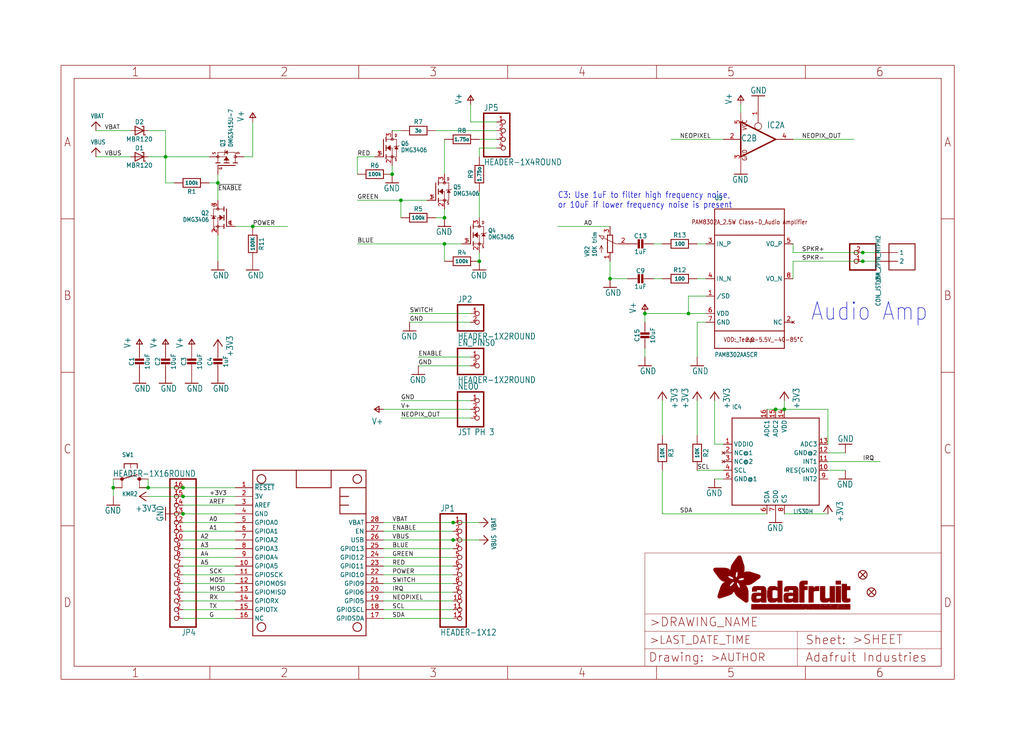
<source format=kicad_sch>
(kicad_sch (version 20211123) (generator eeschema)
  (paper "User" 298.45 217.881)
  (lib_symbols
    (symbol "schematicEagle-eagle-import:+3V3" (power)
      (property "Value" "+3V3" (at -2.54 -5.08 90))
      (symbol "+3V3_1_0"
        (pin power_in line (at 0 -2.54 90) (length 2.54) (name "+3V3") (number "1"))
      )
    )
    (symbol "schematicEagle-eagle-import:741G125DBV"
      (property "Reference" "IC" (at -0.635 -0.635 0))
      (symbol "741G125DBV_1_0"
        (pin input line (at 0 10.16 270) (length 5.08) (name "OE") (number "1"))
        (pin input line (at -10.16 0 0) (length 5.08) (name "I") (number "2"))
        (pin tri_state line (at 10.16 0 180) (length 5.08) (name "O") (number "4"))
      )
      (symbol "741G125DBV_2_0"
        (text "GND" (at 1.905 -6.35 900) (effects (font (size 1.27 1.0795)) (justify left bottom)))
        (text "VCC" (at 1.905 2.54 900) (effects (font (size 1.27 1.0795)) (justify left bottom)))
        (pin power_in line (at 0 -7.62 90) (length 5.08) (name "GND") (number "3"))
        (pin power_in line (at 0 7.62 270) (length 5.08) (name "VCC") (number "5"))
      )
    )
    (symbol "schematicEagle-eagle-import:ACCEL_LIS3DHTR"
      (property "Reference" "U" (at -12.7 15.24 0))
      (property "Value" "ACCEL_LIS3DHTR" (at 5.08 -15.24 0))
      (symbol "ACCEL_LIS3DHTR_1_0"
        (pin power_in line (at -15.24 5.08 0) (length 2.54) (name "VDDIO") (number "1"))
        (pin bidirectional line (at 15.24 -2.54 180) (length 2.54) (name "RES(GND)") (number "10"))
        (pin output line (at 15.24 0 180) (length 2.54) (name "INT1") (number "11"))
        (pin power_in line (at 15.24 2.54 180) (length 2.54) (name "GND@2") (number "12"))
        (pin input line (at 15.24 5.08 180) (length 2.54) (name "ADC3") (number "13"))
        (pin power_in line (at 2.54 15.24 270) (length 2.54) (name "VDD") (number "14"))
        (pin input line (at 0 15.24 270) (length 2.54) (name "ADC2") (number "15"))
        (pin input line (at -2.54 15.24 270) (length 2.54) (name "ADC1") (number "16"))
        (pin no_connect line (at -15.24 2.54 0) (length 2.54) (name "NC@1") (number "2"))
        (pin no_connect line (at -15.24 0 0) (length 2.54) (name "NC@2") (number "3"))
        (pin bidirectional line (at -15.24 -2.54 0) (length 2.54) (name "SCL") (number "4"))
        (pin power_in line (at -15.24 -5.08 0) (length 2.54) (name "GND@1") (number "5"))
        (pin bidirectional line (at -2.54 -15.24 90) (length 2.54) (name "SDA") (number "6"))
        (pin bidirectional line (at 0 -15.24 90) (length 2.54) (name "SDO") (number "7"))
        (pin input line (at 2.54 -15.24 90) (length 2.54) (name "CS") (number "8"))
        (pin output line (at 15.24 -5.08 180) (length 2.54) (name "INT2") (number "9"))
      )
    )
    (symbol "schematicEagle-eagle-import:AUDIOAMP_PAM8302A"
      (property "Reference" "U" (at -10.16 22.86 0))
      (property "Value" "AUDIOAMP_PAM8302A" (at -10.16 -22.86 0))
      (symbol "AUDIOAMP_PAM8302A_1_0"
        (text "2.0-5.5V_-40-85°C" (at -1.27 -17.78 0) (effects (font (size 1.27 1.0795)) (justify left)))
        (text "PAM8302A_2.5W Class-D_Audio Amplifier" (at 0 16.51 0) (effects (font (size 1.27 1.0795))))
        (text "VDD:_Temp:" (at -7.62 -17.78 0) (effects (font (size 1.27 1.0795)) (justify left)))
        (pin input line (at -12.7 -5.08 0) (length 2.54) (name "/SD") (number "1"))
        (pin no_connect line (at 12.7 -12.7 180) (length 2.54) (name "NC") (number "2"))
        (pin input line (at -12.7 10.16 0) (length 2.54) (name "IN_P") (number "3"))
        (pin input line (at -12.7 0 0) (length 2.54) (name "IN_N") (number "4"))
        (pin output line (at 12.7 10.16 180) (length 2.54) (name "VO_P") (number "5"))
        (pin power_in line (at -12.7 -10.16 0) (length 2.54) (name "VDD") (number "6"))
        (pin power_in line (at -12.7 -12.7 0) (length 2.54) (name "GND") (number "7"))
        (pin output line (at 12.7 0 180) (length 2.54) (name "VO_N") (number "8"))
      )
    )
    (symbol "schematicEagle-eagle-import:CAP_CERAMIC0603_NO"
      (property "Reference" "C" (at -2.29 1.25 90))
      (property "Value" "CAP_CERAMIC0603_NO" (at 2.3 1.25 90))
      (symbol "CAP_CERAMIC0603_NO_1_0"
        (pin passive line (at 0 5.08 270) (length 2.54) (name "1") (number "1"))
        (pin passive line (at 0 -2.54 90) (length 2.54) (name "2") (number "2"))
      )
    )
    (symbol "schematicEagle-eagle-import:CAP_CERAMIC0805-NOOUTLINE"
      (property "Reference" "C" (at -2.29 1.25 90))
      (property "Value" "CAP_CERAMIC0805-NOOUTLINE" (at 2.3 1.25 90))
      (symbol "CAP_CERAMIC0805-NOOUTLINE_1_0"
        (pin passive line (at 0 5.08 270) (length 2.54) (name "1") (number "1"))
        (pin passive line (at 0 -2.54 90) (length 2.54) (name "2") (number "2"))
      )
    )
    (symbol "schematicEagle-eagle-import:CON_JST_PH_2PIN_MTPH2"
      (property "Reference" "X" (at 0 5.588 90))
      (property "Value" "CON_JST_PH_2PIN_MTPH2" (at 1.651 5.588 90))
      (symbol "CON_JST_PH_2PIN_MTPH2_1_0"
        (pin passive inverted (at -2.54 2.54 0) (length 2.54) (name "1") (number "1"))
        (pin passive inverted (at -2.54 0 0) (length 2.54) (name "2") (number "2"))
      )
      (symbol "CON_JST_PH_2PIN_MTPH2_2_0"
        (pin bidirectional line (at 0 0 90) (length 2.54) (name "P$1") (number "NC2"))
      )
      (symbol "CON_JST_PH_2PIN_MTPH2_3_0"
        (pin bidirectional line (at 0 0 90) (length 2.54) (name "P$1") (number "NC1"))
      )
    )
    (symbol "schematicEagle-eagle-import:CON_JST_PH_3PIN"
      (property "Reference" "X" (at -6.35 5.715 0))
      (property "Value" "CON_JST_PH_3PIN" (at -6.35 -7.62 0))
      (symbol "CON_JST_PH_3PIN_1_0"
        (pin passive inverted (at -2.54 2.54 0) (length 2.54) (name "1") (number "1"))
        (pin passive inverted (at -2.54 0 0) (length 2.54) (name "2") (number "2"))
        (pin passive inverted (at -2.54 -2.54 0) (length 2.54) (name "3") (number "3"))
      )
    )
    (symbol "schematicEagle-eagle-import:CON_MOLEX_2P"
      (symbol "CON_MOLEX_2P_1_0"
        (pin passive line (at -5.08 2.54 0) (length 5.08) (name "1") (number "1"))
        (pin passive line (at -5.08 0 0) (length 5.08) (name "2") (number "2"))
      )
      (symbol "CON_MOLEX_2P_2_0"
        (pin bidirectional line (at 0 0 0) (length 5.08) (name "MT") (number "M1"))
      )
      (symbol "CON_MOLEX_2P_3_0"
        (pin bidirectional line (at 0 0 0) (length 5.08) (name "MT") (number "M2"))
      )
    )
    (symbol "schematicEagle-eagle-import:DIODE-SCHOTTKYSOD-123"
      (property "Reference" "D" (at 0 2.54 0))
      (property "Value" "DIODE-SCHOTTKYSOD-123" (at 0 -2.5 0))
      (symbol "DIODE-SCHOTTKYSOD-123_1_0"
        (pin passive line (at -2.54 0 0) (length 2.54) (name "A") (number "A"))
        (pin passive line (at 2.54 0 180) (length 2.54) (name "C") (number "C"))
      )
    )
    (symbol "schematicEagle-eagle-import:FEATHERWING"
      (symbol "FEATHERWING_1_0"
        (pin input line (at 5.08 -5.08 90) (length 5.08) (name "~{RESET}") (number "1"))
        (pin bidirectional line (at 27.94 -5.08 90) (length 5.08) (name "GPIOA5") (number "10"))
        (pin bidirectional line (at 30.48 -5.08 90) (length 5.08) (name "GPIOSCK") (number "11"))
        (pin bidirectional line (at 33.02 -5.08 90) (length 5.08) (name "GPIOMOSI") (number "12"))
        (pin bidirectional line (at 35.56 -5.08 90) (length 5.08) (name "GPIOMISO") (number "13"))
        (pin bidirectional line (at 38.1 -5.08 90) (length 5.08) (name "GPIORX") (number "14"))
        (pin bidirectional line (at 40.64 -5.08 90) (length 5.08) (name "GPIOTX") (number "15"))
        (pin passive line (at 43.18 -5.08 90) (length 5.08) (name "NC") (number "16"))
        (pin bidirectional line (at 43.18 38.1 270) (length 5.08) (name "GPIOSDA") (number "17"))
        (pin bidirectional line (at 40.64 38.1 270) (length 5.08) (name "GPIOSCL") (number "18"))
        (pin bidirectional line (at 38.1 38.1 270) (length 5.08) (name "GPIO5") (number "19"))
        (pin power_in line (at 7.62 -5.08 90) (length 5.08) (name "3V") (number "2"))
        (pin bidirectional line (at 35.56 38.1 270) (length 5.08) (name "GPIO6") (number "20"))
        (pin bidirectional line (at 33.02 38.1 270) (length 5.08) (name "GPIO9") (number "21"))
        (pin bidirectional line (at 30.48 38.1 270) (length 5.08) (name "GPIO10") (number "22"))
        (pin bidirectional line (at 27.94 38.1 270) (length 5.08) (name "GPIO11") (number "23"))
        (pin bidirectional line (at 25.4 38.1 270) (length 5.08) (name "GPIO12") (number "24"))
        (pin bidirectional line (at 22.86 38.1 270) (length 5.08) (name "GPIO13") (number "25"))
        (pin power_in line (at 20.32 38.1 270) (length 5.08) (name "USB") (number "26"))
        (pin passive line (at 17.78 38.1 270) (length 5.08) (name "EN") (number "27"))
        (pin power_in line (at 15.24 38.1 270) (length 5.08) (name "VBAT") (number "28"))
        (pin passive line (at 10.16 -5.08 90) (length 5.08) (name "AREF") (number "3"))
        (pin power_in line (at 12.7 -5.08 90) (length 5.08) (name "GND") (number "4"))
        (pin bidirectional line (at 15.24 -5.08 90) (length 5.08) (name "GPIOA0") (number "5"))
        (pin bidirectional line (at 17.78 -5.08 90) (length 5.08) (name "GPIOA1") (number "6"))
        (pin bidirectional line (at 20.32 -5.08 90) (length 5.08) (name "GPIOA2") (number "7"))
        (pin bidirectional line (at 22.86 -5.08 90) (length 5.08) (name "GPIOA3") (number "8"))
        (pin bidirectional line (at 25.4 -5.08 90) (length 5.08) (name "GPIOA4") (number "9"))
      )
    )
    (symbol "schematicEagle-eagle-import:FIDUCIAL_1MM")
    (symbol "schematicEagle-eagle-import:FRAME_A4_ADAFRUIT"
      (symbol "FRAME_A4_ADAFRUIT_0_0"
        (text "1" (at 21.6958 1.905 0) (effects (font (size 2.54 2.286))))
        (text "1" (at 21.6958 177.165 0) (effects (font (size 2.54 2.286))))
        (text "2" (at 65.0875 1.905 0) (effects (font (size 2.54 2.286))))
        (text "2" (at 65.0875 177.165 0) (effects (font (size 2.54 2.286))))
        (text "3" (at 108.4792 1.905 0) (effects (font (size 2.54 2.286))))
        (text "3" (at 108.4792 177.165 0) (effects (font (size 2.54 2.286))))
        (text "4" (at 151.8708 1.905 0) (effects (font (size 2.54 2.286))))
        (text "4" (at 151.8708 177.165 0) (effects (font (size 2.54 2.286))))
        (text "5" (at 195.2625 1.905 0) (effects (font (size 2.54 2.286))))
        (text "5" (at 195.2625 177.165 0) (effects (font (size 2.54 2.286))))
        (text "6" (at 238.6542 1.905 0) (effects (font (size 2.54 2.286))))
        (text "6" (at 238.6542 177.165 0) (effects (font (size 2.54 2.286))))
        (text "A" (at 1.905 156.6863 0) (effects (font (size 2.54 2.286))))
        (text "A" (at 258.445 156.6863 0) (effects (font (size 2.54 2.286))))
        (text "B" (at 1.905 111.9188 0) (effects (font (size 2.54 2.286))))
        (text "B" (at 258.445 111.9188 0) (effects (font (size 2.54 2.286))))
        (text "C" (at 1.905 67.1513 0) (effects (font (size 2.54 2.286))))
        (text "C" (at 258.445 67.1513 0) (effects (font (size 2.54 2.286))))
        (text "D" (at 1.905 22.3838 0) (effects (font (size 2.54 2.286))))
        (text "D" (at 258.445 22.3838 0) (effects (font (size 2.54 2.286))))
      )
      (symbol "FRAME_A4_ADAFRUIT_1_0"
        (text ">AUTHOR" (at 189.23 5.08 0) (effects (font (size 2.286 2.286)) (justify left bottom)))
        (text ">DRAWING_NAME" (at 171.45 15.24 0) (effects (font (size 2.54 2.54)) (justify left bottom)))
        (text ">LAST_DATE_TIME" (at 171.45 10.16 0) (effects (font (size 2.286 2.286)) (justify left bottom)))
        (text ">SHEET" (at 230.505 10.16 0) (effects (font (size 2.54 2.54)) (justify left bottom)))
        (text "Adafruit Industries" (at 216.916 4.953 0) (effects (font (size 2.54 2.54)) (justify left bottom)))
        (text "Drawing:" (at 171.196 4.953 0) (effects (font (size 2.54 2.54)) (justify left bottom)))
        (text "Sheet:" (at 216.916 10.033 0) (effects (font (size 2.54 2.54)) (justify left bottom)))
      )
    )
    (symbol "schematicEagle-eagle-import:GND" (power)
      (property "Value" "GND" (at -2.54 -2.54 0))
      (symbol "GND_1_0"
        (pin power_in line (at 0 2.54 270) (length 2.54) (name "GND") (number "1"))
      )
    )
    (symbol "schematicEagle-eagle-import:HEADER-1X12"
      (property "Reference" "JP" (at -6.35 18.415 0))
      (property "Value" "HEADER-1X12" (at -6.35 -17.78 0))
      (symbol "HEADER-1X12_1_0"
        (pin passive inverted (at -2.54 15.24 0) (length 2.54) (name "1") (number "1"))
        (pin passive inverted (at -2.54 -7.62 0) (length 2.54) (name "10") (number "10"))
        (pin passive inverted (at -2.54 -10.16 0) (length 2.54) (name "11") (number "11"))
        (pin passive inverted (at -2.54 -12.7 0) (length 2.54) (name "12") (number "12"))
        (pin passive inverted (at -2.54 12.7 0) (length 2.54) (name "2") (number "2"))
        (pin passive inverted (at -2.54 10.16 0) (length 2.54) (name "3") (number "3"))
        (pin passive inverted (at -2.54 7.62 0) (length 2.54) (name "4") (number "4"))
        (pin passive inverted (at -2.54 5.08 0) (length 2.54) (name "5") (number "5"))
        (pin passive inverted (at -2.54 2.54 0) (length 2.54) (name "6") (number "6"))
        (pin passive inverted (at -2.54 0 0) (length 2.54) (name "7") (number "7"))
        (pin passive inverted (at -2.54 -2.54 0) (length 2.54) (name "8") (number "8"))
        (pin passive inverted (at -2.54 -5.08 0) (length 2.54) (name "9") (number "9"))
      )
    )
    (symbol "schematicEagle-eagle-import:HEADER-1X16ROUND"
      (property "Reference" "JP" (at -6.35 20.955 0))
      (property "Value" "HEADER-1X16ROUND" (at -6.35 -25.4 0))
      (symbol "HEADER-1X16ROUND_1_0"
        (pin passive inverted (at -2.54 17.78 0) (length 2.54) (name "1") (number "1"))
        (pin passive inverted (at -2.54 -5.08 0) (length 2.54) (name "10") (number "10"))
        (pin passive inverted (at -2.54 -7.62 0) (length 2.54) (name "11") (number "11"))
        (pin passive inverted (at -2.54 -10.16 0) (length 2.54) (name "12") (number "12"))
        (pin passive inverted (at -2.54 -12.7 0) (length 2.54) (name "13") (number "13"))
        (pin passive inverted (at -2.54 -15.24 0) (length 2.54) (name "14") (number "14"))
        (pin passive inverted (at -2.54 -17.78 0) (length 2.54) (name "15") (number "15"))
        (pin passive inverted (at -2.54 -20.32 0) (length 2.54) (name "16") (number "16"))
        (pin passive inverted (at -2.54 15.24 0) (length 2.54) (name "2") (number "2"))
        (pin passive inverted (at -2.54 12.7 0) (length 2.54) (name "3") (number "3"))
        (pin passive inverted (at -2.54 10.16 0) (length 2.54) (name "4") (number "4"))
        (pin passive inverted (at -2.54 7.62 0) (length 2.54) (name "5") (number "5"))
        (pin passive inverted (at -2.54 5.08 0) (length 2.54) (name "6") (number "6"))
        (pin passive inverted (at -2.54 2.54 0) (length 2.54) (name "7") (number "7"))
        (pin passive inverted (at -2.54 0 0) (length 2.54) (name "8") (number "8"))
        (pin passive inverted (at -2.54 -2.54 0) (length 2.54) (name "9") (number "9"))
      )
    )
    (symbol "schematicEagle-eagle-import:HEADER-1X2ROUND"
      (property "Reference" "JP" (at -6.35 5.715 0))
      (property "Value" "HEADER-1X2ROUND" (at -6.35 -5.08 0))
      (symbol "HEADER-1X2ROUND_1_0"
        (pin passive inverted (at -2.54 2.54 0) (length 2.54) (name "1") (number "1"))
        (pin passive inverted (at -2.54 0 0) (length 2.54) (name "2") (number "2"))
      )
    )
    (symbol "schematicEagle-eagle-import:HEADER-1X4ROUND"
      (property "Reference" "JP" (at -6.35 8.255 0))
      (property "Value" "HEADER-1X4ROUND" (at -6.35 -7.62 0))
      (symbol "HEADER-1X4ROUND_1_0"
        (pin passive inverted (at -2.54 5.08 0) (length 2.54) (name "1") (number "1"))
        (pin passive inverted (at -2.54 2.54 0) (length 2.54) (name "2") (number "2"))
        (pin passive inverted (at -2.54 0 0) (length 2.54) (name "3") (number "3"))
        (pin passive inverted (at -2.54 -2.54 0) (length 2.54) (name "4") (number "4"))
      )
    )
    (symbol "schematicEagle-eagle-import:MOSFET-NWIDE"
      (property "Reference" "Q" (at 5.08 0.635 0))
      (property "Value" "MOSFET-NWIDE" (at 5.08 -1.27 0))
      (symbol "MOSFET-NWIDE_1_0"
        (text "D" (at 3.175 3.175 0) (effects (font (size 0.8128 0.6908)) (justify left bottom)))
        (text "G" (at -1.27 -1.905 0) (effects (font (size 0.8128 0.6908)) (justify left bottom)))
        (text "S" (at 3.175 -3.81 0) (effects (font (size 0.8128 0.6908)) (justify left bottom)))
        (pin bidirectional line (at -2.54 -2.54 0) (length 2.54) (name "G") (number "1"))
        (pin bidirectional line (at 2.54 -5.08 90) (length 2.54) (name "S") (number "2"))
        (pin bidirectional line (at 2.54 5.08 270) (length 2.54) (name "D") (number "3"))
      )
    )
    (symbol "schematicEagle-eagle-import:MOSFET-PWIDE"
      (property "Reference" "Q" (at 2.794 0.381 0))
      (property "Value" "MOSFET-PWIDE" (at 2.794 -1.905 0))
      (symbol "MOSFET-PWIDE_1_0"
        (text "D" (at 0.635 -3.81 0) (effects (font (size 0.8128 0.6908)) (justify left bottom)))
        (text "G" (at -3.81 1.27 0) (effects (font (size 0.8128 0.6908)) (justify left bottom)))
        (text "S" (at 0.635 3.175 0) (effects (font (size 0.8128 0.6908)) (justify left bottom)))
        (pin passive line (at -5.08 2.54 0) (length 2.54) (name "G") (number "1"))
        (pin passive line (at 0 5.08 270) (length 2.54) (name "S") (number "2"))
        (pin passive line (at 0 -5.08 90) (length 2.54) (name "D") (number "3"))
      )
    )
    (symbol "schematicEagle-eagle-import:RESISTOR_0603_NOOUT"
      (property "Reference" "R" (at 0 2.54 0))
      (property "Value" "RESISTOR_0603_NOOUT" (at 0 0 0))
      (symbol "RESISTOR_0603_NOOUT_1_0"
        (pin passive line (at -5.08 0 0) (length 2.54) (name "1") (number "1"))
        (pin passive line (at 5.08 0 180) (length 2.54) (name "2") (number "2"))
      )
    )
    (symbol "schematicEagle-eagle-import:RESISTOR_1206"
      (property "Reference" "R" (at 0 2.54 0))
      (property "Value" "RESISTOR_1206" (at 0 0 0))
      (symbol "RESISTOR_1206_1_0"
        (pin passive line (at -5.08 0 0) (length 2.54) (name "1") (number "1"))
        (pin passive line (at 5.08 0 180) (length 2.54) (name "2") (number "2"))
      )
    )
    (symbol "schematicEagle-eagle-import:SWITCH_TACT_SMT4.6X2.8"
      (property "Reference" "SW" (at -2.54 6.35 0))
      (property "Value" "SWITCH_TACT_SMT4.6X2.8" (at -2.54 -5.08 0))
      (symbol "SWITCH_TACT_SMT4.6X2.8_1_0"
        (pin passive line (at -5.08 0 0) (length 2.54) (name "P") (number "A"))
        (pin passive line (at -5.08 -2.54 0) (length 2.54) (name "P1") (number "A'"))
        (pin passive line (at 5.08 0 180) (length 2.54) (name "S") (number "B"))
        (pin passive line (at 5.08 -2.54 180) (length 2.54) (name "S1") (number "B'"))
      )
    )
    (symbol "schematicEagle-eagle-import:TRIMPOT3303W{slash}X"
      (property "Reference" "VR" (at -5.969 -3.81 90))
      (property "Value" "TRIMPOT3303W{slash}X" (at -3.81 -3.81 90))
      (symbol "TRIMPOT3303W{slash}X_1_0"
        (pin passive line (at 0 -5.08 90) (length 2.54) (name "A") (number "1"))
        (pin passive line (at 5.08 0 180) (length 2.54) (name "S") (number "2"))
        (pin passive line (at 0 5.08 270) (length 2.54) (name "E") (number "3"))
      )
    )
    (symbol "schematicEagle-eagle-import:V+" (power)
      (property "Value" "V+" (at -2.54 -2.54 90))
      (symbol "V+_1_0"
        (pin power_in line (at 0 -2.54 90) (length 2.54) (name "V+") (number "1"))
      )
    )
    (symbol "schematicEagle-eagle-import:VBAT" (power)
      (property "Value" "VBAT" (at -1.524 1.016 0))
      (symbol "VBAT_1_0"
        (pin power_in line (at 0 -2.54 90) (length 2.54) (name "VBAT") (number "1"))
      )
    )
    (symbol "schematicEagle-eagle-import:VBUS" (power)
      (property "Value" "VBUS" (at -1.524 1.016 0))
      (symbol "VBUS_1_0"
        (pin power_in line (at 0 -2.54 90) (length 2.54) (name "VBUS") (number "1"))
      )
    )
  )
  (junction (at 129.54 63.5))
  (junction (at 114.3 50.8))
  (junction (at 43.18 142.24))
  (junction (at 177.8 81.28))
  (junction (at 200.66 91.44))
  (junction (at 129.54 71.12))
  (junction (at 228.6 119.38))
  (junction (at 139.7 76.2))
  (junction (at 33.02 142.24))
  (junction (at 251.46 76.2))
  (junction (at 187.96 91.44))
  (junction (at 226.06 119.38))
  (junction (at 63.5 53.34))
  (junction (at 73.66 66.04))
  (junction (at 48.26 45.72))
  (junction (at 53.34 144.78))
  (junction (at 251.46 73.66))
  (junction (at 132.08 157.48))
  (junction (at 116.84 58.42))
  (junction (at 53.34 142.24))
  (junction (at 132.08 152.4))
  (junction (at 53.34 149.86))
  (wire (pts (xy 226.06 119.38) (xy 223.52 119.38)))
  (wire (pts (xy 200.66 91.44) (xy 187.96 91.44)))
  (wire (pts (xy 137.16 104.14) (xy 121.92 104.14)))
  (wire (pts (xy 111.76 154.94) (xy 132.08 154.94)))
  (wire (pts (xy 205.74 93.98) (xy 203.2 93.98)))
  (wire (pts (xy 48.26 38.1) (xy 43.18 38.1)))
  (wire (pts (xy 68.58 144.78) (xy 53.34 144.78)))
  (wire (pts (xy 139.7 45.72) (xy 139.7 43.18)))
  (wire (pts (xy 71.12 45.72) (xy 73.66 45.72)))
  (wire (pts (xy 137.16 121.92) (xy 116.84 121.92)))
  (wire (pts (xy 241.3 137.16) (xy 246.38 137.16)))
  (wire (pts (xy 38.1 45.72) (xy 27.94 45.72)))
  (wire (pts (xy 116.84 63.5) (xy 116.84 58.42)))
  (wire (pts (xy 48.26 53.34) (xy 50.8 53.34)))
  (wire (pts (xy 241.3 129.54) (xy 241.3 119.38)))
  (wire (pts (xy 53.34 154.94) (xy 68.58 154.94)))
  (wire (pts (xy 208.28 139.7) (xy 210.82 139.7)))
  (wire (pts (xy 63.5 53.34) (xy 63.5 58.42)))
  (wire (pts (xy 215.9 33.02) (xy 215.9 30.48)))
  (wire (pts (xy 53.34 165.1) (xy 68.58 165.1)))
  (wire (pts (xy 231.14 73.66) (xy 231.14 71.12)))
  (wire (pts (xy 195.58 40.64) (xy 210.82 40.64)))
  (wire (pts (xy 132.08 162.56) (xy 111.76 162.56)))
  (wire (pts (xy 53.34 175.26) (xy 68.58 175.26)))
  (wire (pts (xy 68.58 142.24) (xy 53.34 142.24)))
  (wire (pts (xy 33.02 142.24) (xy 33.02 144.78)))
  (wire (pts (xy 68.58 180.34) (xy 53.34 180.34)))
  (wire (pts (xy 116.84 38.1) (xy 114.3 38.1)))
  (wire (pts (xy 193.04 81.28) (xy 190.5 81.28)))
  (wire (pts (xy 104.14 45.72) (xy 104.14 50.8)))
  (wire (pts (xy 132.08 170.18) (xy 111.76 170.18)))
  (wire (pts (xy 241.3 149.86) (xy 228.6 149.86)))
  (wire (pts (xy 228.6 119.38) (xy 226.06 119.38)))
  (wire (pts (xy 53.34 172.72) (xy 68.58 172.72)))
  (wire (pts (xy 187.96 91.44) (xy 187.96 93.98)))
  (wire (pts (xy 210.82 129.54) (xy 208.28 129.54)))
  (wire (pts (xy 73.66 66.04) (xy 83.82 66.04)))
  (wire (pts (xy 137.16 35.56) (xy 137.16 30.48)))
  (wire (pts (xy 127 38.1) (xy 144.78 38.1)))
  (wire (pts (xy 53.34 142.24) (xy 43.18 142.24)))
  (wire (pts (xy 162.56 66.04) (xy 177.8 66.04)))
  (wire (pts (xy 132.08 175.26) (xy 111.76 175.26)))
  (wire (pts (xy 132.08 167.64) (xy 111.76 167.64)))
  (wire (pts (xy 48.26 45.72) (xy 48.26 38.1)))
  (wire (pts (xy 63.5 50.8) (xy 63.5 53.34)))
  (wire (pts (xy 53.34 167.64) (xy 68.58 167.64)))
  (wire (pts (xy 40.64 142.24) (xy 43.18 142.24)))
  (wire (pts (xy 208.28 129.54) (xy 208.28 116.84)))
  (wire (pts (xy 43.18 139.7) (xy 43.18 142.24)))
  (wire (pts (xy 53.34 147.32) (xy 68.58 147.32)))
  (wire (pts (xy 53.34 177.8) (xy 68.58 177.8)))
  (wire (pts (xy 114.3 48.26) (xy 114.3 50.8)))
  (wire (pts (xy 127 63.5) (xy 129.54 63.5)))
  (wire (pts (xy 137.16 116.84) (xy 116.84 116.84)))
  (wire (pts (xy 119.38 91.44) (xy 137.16 91.44)))
  (wire (pts (xy 104.14 58.42) (xy 116.84 58.42)))
  (wire (pts (xy 132.08 157.48) (xy 139.7 157.48)))
  (wire (pts (xy 53.34 152.4) (xy 68.58 152.4)))
  (wire (pts (xy 73.66 45.72) (xy 73.66 35.56)))
  (wire (pts (xy 190.5 71.12) (xy 193.04 71.12)))
  (wire (pts (xy 228.6 116.84) (xy 228.6 119.38)))
  (wire (pts (xy 193.04 116.84) (xy 193.04 127)))
  (wire (pts (xy 129.54 76.2) (xy 129.54 71.12)))
  (wire (pts (xy 205.74 81.28) (xy 203.2 81.28)))
  (wire (pts (xy 205.74 91.44) (xy 200.66 91.44)))
  (wire (pts (xy 116.84 58.42) (xy 124.46 58.42)))
  (wire (pts (xy 231.14 76.2) (xy 251.46 76.2)))
  (wire (pts (xy 63.5 76.2) (xy 63.5 68.58)))
  (wire (pts (xy 53.34 144.78) (xy 43.18 144.78)))
  (wire (pts (xy 43.18 45.72) (xy 48.26 45.72)))
  (wire (pts (xy 210.82 137.16) (xy 203.2 137.16)))
  (wire (pts (xy 132.08 152.4) (xy 139.7 152.4)))
  (wire (pts (xy 177.8 81.28) (xy 177.8 76.2)))
  (wire (pts (xy 241.3 132.08) (xy 246.38 132.08)))
  (wire (pts (xy 144.78 40.64) (xy 139.7 40.64)))
  (wire (pts (xy 139.7 43.18) (xy 144.78 43.18)))
  (wire (pts (xy 53.34 160.02) (xy 68.58 160.02)))
  (wire (pts (xy 134.62 71.12) (xy 129.54 71.12)))
  (wire (pts (xy 203.2 93.98) (xy 203.2 104.14)))
  (wire (pts (xy 60.96 45.72) (xy 48.26 45.72)))
  (wire (pts (xy 203.2 127) (xy 203.2 116.84)))
  (wire (pts (xy 144.78 35.56) (xy 137.16 35.56)))
  (wire (pts (xy 139.7 55.88) (xy 139.7 63.5)))
  (wire (pts (xy 53.34 149.86) (xy 50.8 149.86)))
  (wire (pts (xy 241.3 134.62) (xy 256.54 134.62)))
  (wire (pts (xy 137.16 93.98) (xy 119.38 93.98)))
  (wire (pts (xy 132.08 180.34) (xy 111.76 180.34)))
  (wire (pts (xy 182.88 81.28) (xy 177.8 81.28)))
  (wire (pts (xy 38.1 38.1) (xy 27.94 38.1)))
  (wire (pts (xy 132.08 157.48) (xy 111.76 157.48)))
  (wire (pts (xy 129.54 63.5) (xy 129.54 60.96)))
  (wire (pts (xy 53.34 170.18) (xy 68.58 170.18)))
  (wire (pts (xy 187.96 101.6) (xy 187.96 104.14)))
  (wire (pts (xy 241.3 119.38) (xy 228.6 119.38)))
  (wire (pts (xy 68.58 66.04) (xy 73.66 66.04)))
  (wire (pts (xy 200.66 86.36) (xy 200.66 91.44)))
  (wire (pts (xy 132.08 152.4) (xy 111.76 152.4)))
  (wire (pts (xy 104.14 45.72) (xy 109.22 45.72)))
  (wire (pts (xy 48.26 45.72) (xy 48.26 53.34)))
  (wire (pts (xy 129.54 71.12) (xy 104.14 71.12)))
  (wire (pts (xy 132.08 160.02) (xy 111.76 160.02)))
  (wire (pts (xy 132.08 177.8) (xy 111.76 177.8)))
  (wire (pts (xy 231.14 40.64) (xy 248.92 40.64)))
  (wire (pts (xy 53.34 157.48) (xy 68.58 157.48)))
  (wire (pts (xy 223.52 149.86) (xy 193.04 149.86)))
  (wire (pts (xy 205.74 71.12) (xy 203.2 71.12)))
  (wire (pts (xy 111.76 119.38) (xy 137.16 119.38)))
  (wire (pts (xy 231.14 73.66) (xy 251.46 73.66)))
  (wire (pts (xy 33.02 139.7) (xy 33.02 142.24)))
  (wire (pts (xy 139.7 76.2) (xy 139.7 73.66)))
  (wire (pts (xy 132.08 172.72) (xy 111.76 172.72)))
  (wire (pts (xy 53.34 162.56) (xy 68.58 162.56)))
  (wire (pts (xy 231.14 76.2) (xy 231.14 81.28)))
  (wire (pts (xy 251.46 73.66) (xy 256.54 73.66)))
  (wire (pts (xy 193.04 149.86) (xy 193.04 137.16)))
  (wire (pts (xy 129.54 40.64) (xy 129.54 50.8)))
  (wire (pts (xy 251.46 76.2) (xy 256.54 76.2)))
  (wire (pts (xy 205.74 86.36) (xy 200.66 86.36)))
  (wire (pts (xy 53.34 149.86) (xy 68.58 149.86)))
  (wire (pts (xy 121.92 106.68) (xy 137.16 106.68)))
  (wire (pts (xy 132.08 165.1) (xy 111.76 165.1)))
  (wire (pts (xy 60.96 53.34) (xy 63.5 53.34)))
  (text "C3: Use 1uF to filter high frequency noise,\nor 10uF if lower frequency noise is present" (at 162.56 60.96 0) (effects (font (size 1.778 1.5113)) (justify left bottom)))
  (text "Audio Amp" (at 236.22 93.98 180) (effects (font (size 5.08 4.318)) (justify left bottom)))
  (label "VBUS" (at 30.48 45.72 0) (effects (font (size 1.2446 1.2446))))
  (label "A4" (at 58.42 162.56 0) (effects (font (size 1.2446 1.2446))))
  (label "SDA" (at 198.12 149.86 0) (effects (font (size 1.2446 1.2446))))
  (label "VBAT" (at 30.48 38.1 0) (effects (font (size 1.2446 1.2446))))
  (label "SCL" (at 203.2 137.16 0) (effects (font (size 1.2446 1.2446))))
  (label "MOSI" (at 60.96 170.18 0) (effects (font (size 1.2446 1.2446))))
  (label "BLUE" (at 114.3 160.02 0) (effects (font (size 1.2446 1.2446))))
  (label "A2" (at 58.42 157.48 0) (effects (font (size 1.2446 1.2446))))
  (label "A5" (at 58.42 165.1 0) (effects (font (size 1.2446 1.2446))))
  (label "SCL" (at 114.3 177.8 0) (effects (font (size 1.2446 1.2446))))
  (label "~{ENABLE}" (at 63.5 55.88 0) (effects (font (size 1.2446 1.2446))))
  (label "GREEN" (at 114.3 162.56 0) (effects (font (size 1.2446 1.2446))))
  (label "ENABLE" (at 114.3 154.94 0) (effects (font (size 1.2446 1.2446))))
  (label "IRQ" (at 251.46 134.62 0) (effects (font (size 1.2446 1.2446))))
  (label "SCK" (at 60.96 167.64 0) (effects (font (size 1.2446 1.2446))))
  (label "GND" (at 119.38 93.98 0) (effects (font (size 1.2446 1.2446))))
  (label "SPKR+" (at 233.68 73.66 0) (effects (font (size 1.2446 1.2446))))
  (label "RED" (at 114.3 165.1 0) (effects (font (size 1.2446 1.2446))))
  (label "SWITCH" (at 114.3 170.18 0) (effects (font (size 1.2446 1.2446))))
  (label "POWER" (at 73.66 66.04 0) (effects (font (size 1.2446 1.2446))))
  (label "NEOPIXEL" (at 198.12 40.64 0) (effects (font (size 1.2446 1.2446))))
  (label "SWITCH" (at 119.38 91.44 0) (effects (font (size 1.2446 1.2446))))
  (label "V+" (at 116.84 119.38 0) (effects (font (size 1.2446 1.2446))))
  (label "ENABLE" (at 121.92 104.14 0) (effects (font (size 1.2446 1.2446))))
  (label "VBUS" (at 114.3 157.48 0) (effects (font (size 1.2446 1.2446))))
  (label "A0" (at 170.18 66.04 0) (effects (font (size 1.2446 1.2446))))
  (label "GND" (at 116.84 116.84 0) (effects (font (size 1.2446 1.2446))))
  (label "GND" (at 121.92 106.68 0) (effects (font (size 1.2446 1.2446))))
  (label "AREF" (at 60.96 147.32 0) (effects (font (size 1.2446 1.2446))))
  (label "NEOPIX_OUT" (at 233.68 40.64 0) (effects (font (size 1.2446 1.2446))))
  (label "SDA" (at 114.3 180.34 0) (effects (font (size 1.2446 1.2446))))
  (label "MISO" (at 60.96 172.72 0) (effects (font (size 1.2446 1.2446))))
  (label "NEOPIX_OUT" (at 116.84 121.92 0) (effects (font (size 1.2446 1.2446))))
  (label "VBAT" (at 114.3 152.4 0) (effects (font (size 1.2446 1.2446))))
  (label "RED" (at 104.14 45.72 0) (effects (font (size 1.2446 1.2446))))
  (label "+3V3" (at 60.96 144.78 0) (effects (font (size 1.2446 1.2446))))
  (label "A3" (at 58.42 160.02 0) (effects (font (size 1.2446 1.2446))))
  (label "TX" (at 60.96 177.8 0) (effects (font (size 1.2446 1.2446))))
  (label "IRQ" (at 114.3 172.72 0) (effects (font (size 1.2446 1.2446))))
  (label "BLUE" (at 104.14 71.12 0) (effects (font (size 1.2446 1.2446))))
  (label "A0" (at 60.96 152.4 0) (effects (font (size 1.2446 1.2446))))
  (label "A1" (at 60.96 154.94 0) (effects (font (size 1.2446 1.2446))))
  (label "RX" (at 60.96 175.26 0) (effects (font (size 1.2446 1.2446))))
  (label "G" (at 60.96 180.34 0) (effects (font (size 1.2446 1.2446))))
  (label "POWER" (at 114.3 167.64 0) (effects (font (size 1.2446 1.2446))))
  (label "NEOPIXEL" (at 114.3 175.26 0) (effects (font (size 1.2446 1.2446))))
  (label "GREEN" (at 104.14 58.42 0) (effects (font (size 1.2446 1.2446))))
  (label "SPKR-" (at 233.68 76.2 0) (effects (font (size 1.2446 1.2446))))
  (symbol (lib_id "schematicEagle-eagle-import:AUDIOAMP_PAM8302A") (at 218.44 81.28 0) (unit 1)
    (property "Reference" "U5" (at 208.28 58.42 0) (effects (font (size 1.27 1.0795)) (justify left bottom)))
    (property "Value" "PAM8302AASCR" (at 208.28 104.14 0) (effects (font (size 1.27 1.0795)) (justify left bottom)))
    (property "Footprint" "schematicEagle:MSOP8_0.65MM" (effects hide))
  )
  (symbol (lib_id "schematicEagle-eagle-import:FIDUCIAL_1MM") (at 251.46 167.64 0) (unit 1)
    (property "Reference" "FID3" (effects hide))
    (property "Value" "FIDUCIAL_1MM" (effects hide))
    (property "Footprint" "schematicEagle:FIDUCIAL_1MM" (effects hide))
  )
  (symbol (lib_id "schematicEagle-eagle-import:RESISTOR_1206") (at 139.7 50.8 90) (unit 1)
    (property "Reference" "R9" (at 137.16 50.8 0))
    (property "Value" "1.75o" (at 139.7 50.8 0) (effects (font (size 1.016 1.016) bold)))
    (property "Footprint" "schematicEagle:_1206" (effects hide))
  )
  (symbol (lib_id "schematicEagle-eagle-import:GND") (at 129.54 66.04 0) (unit 1)
    (property "Reference" "#GND7" (effects hide))
    (property "Value" "GND" (at 127 68.58 0) (effects (font (size 1.778 1.5113)) (justify left bottom)))
    (property "Footprint" "schematicEagle:" (effects hide))
  )
  (symbol (lib_id "schematicEagle-eagle-import:HEADER-1X2ROUND") (at 139.7 93.98 0) (unit 1)
    (property "Reference" "JP2" (at 133.35 88.265 0) (effects (font (size 1.778 1.5113)) (justify left bottom)))
    (property "Value" "HEADER-1X2ROUND" (at 133.35 99.06 0) (effects (font (size 1.778 1.5113)) (justify left bottom)))
    (property "Footprint" "schematicEagle:1X02_ROUND" (effects hide))
  )
  (symbol (lib_id "schematicEagle-eagle-import:GND") (at 208.28 142.24 0) (unit 1)
    (property "Reference" "#GND5" (effects hide))
    (property "Value" "GND" (at 205.74 144.78 0) (effects (font (size 1.778 1.5113)) (justify left bottom)))
    (property "Footprint" "schematicEagle:" (effects hide))
  )
  (symbol (lib_id "schematicEagle-eagle-import:CAP_CERAMIC0603_NO") (at 63.5 106.68 0) (unit 1)
    (property "Reference" "C4" (at 61.21 105.43 90))
    (property "Value" "1uF" (at 65.8 105.43 90))
    (property "Footprint" "schematicEagle:0603-NO" (effects hide))
  )
  (symbol (lib_id "schematicEagle-eagle-import:+3V3") (at 63.5 99.06 0) (mirror y) (unit 1)
    (property "Reference" "#+3V2" (effects hide))
    (property "Value" "+3V3" (at 66.04 104.14 90) (effects (font (size 1.778 1.5113)) (justify left bottom)))
    (property "Footprint" "schematicEagle:" (effects hide))
  )
  (symbol (lib_id "schematicEagle-eagle-import:GND") (at 73.66 78.74 0) (unit 1)
    (property "Reference" "#U$13" (effects hide))
    (property "Value" "GND" (at 72.136 81.28 0) (effects (font (size 1.778 1.5113)) (justify left bottom)))
    (property "Footprint" "schematicEagle:" (effects hide))
  )
  (symbol (lib_id "schematicEagle-eagle-import:V+") (at 137.16 27.94 0) (unit 1)
    (property "Reference" "#P+4" (effects hide))
    (property "Value" "V+" (at 134.62 30.48 90) (effects (font (size 1.778 1.5113)) (justify left bottom)))
    (property "Footprint" "schematicEagle:" (effects hide))
  )
  (symbol (lib_id "schematicEagle-eagle-import:GND") (at 63.5 111.76 0) (unit 1)
    (property "Reference" "#U$12" (effects hide))
    (property "Value" "GND" (at 61.976 114.3 0) (effects (font (size 1.778 1.5113)) (justify left bottom)))
    (property "Footprint" "schematicEagle:" (effects hide))
  )
  (symbol (lib_id "schematicEagle-eagle-import:V+") (at 187.96 88.9 0) (unit 1)
    (property "Reference" "#P+3" (effects hide))
    (property "Value" "V+" (at 185.42 91.44 90) (effects (font (size 1.778 1.5113)) (justify left bottom)))
    (property "Footprint" "schematicEagle:" (effects hide))
  )
  (symbol (lib_id "schematicEagle-eagle-import:VBAT") (at 142.24 152.4 270) (unit 1)
    (property "Reference" "#U$7" (effects hide))
    (property "Value" "VBAT" (at 143.256 150.876 0) (effects (font (size 1.27 1.0795)) (justify left bottom)))
    (property "Footprint" "schematicEagle:" (effects hide))
  )
  (symbol (lib_id "schematicEagle-eagle-import:RESISTOR_1206") (at 121.92 38.1 0) (unit 1)
    (property "Reference" "R7" (at 121.92 35.56 0))
    (property "Value" "3o" (at 121.92 38.1 0) (effects (font (size 1.016 1.016) bold)))
    (property "Footprint" "schematicEagle:_1206" (effects hide))
  )
  (symbol (lib_id "schematicEagle-eagle-import:+3V3") (at 241.3 147.32 0) (mirror y) (unit 1)
    (property "Reference" "#+3V17" (effects hide))
    (property "Value" "+3V3" (at 243.84 152.4 90) (effects (font (size 1.778 1.5113)) (justify left bottom)))
    (property "Footprint" "schematicEagle:" (effects hide))
  )
  (symbol (lib_id "schematicEagle-eagle-import:RESISTOR_0603_NOOUT") (at 55.88 53.34 180) (unit 1)
    (property "Reference" "R1" (at 55.88 55.88 0))
    (property "Value" "100k" (at 55.88 53.34 0) (effects (font (size 1.016 1.016) bold)))
    (property "Footprint" "schematicEagle:0603-NO" (effects hide))
  )
  (symbol (lib_id "schematicEagle-eagle-import:GND") (at 119.38 96.52 0) (unit 1)
    (property "Reference" "#GND11" (effects hide))
    (property "Value" "GND" (at 116.84 99.06 0) (effects (font (size 1.778 1.5113)) (justify left bottom)))
    (property "Footprint" "schematicEagle:" (effects hide))
  )
  (symbol (lib_id "schematicEagle-eagle-import:GND") (at 246.38 139.7 0) (unit 1)
    (property "Reference" "#GND9" (effects hide))
    (property "Value" "GND" (at 243.84 142.24 0) (effects (font (size 1.778 1.5113)) (justify left bottom)))
    (property "Footprint" "schematicEagle:" (effects hide))
  )
  (symbol (lib_id "schematicEagle-eagle-import:V+") (at 215.9 27.94 0) (unit 1)
    (property "Reference" "#P+2" (effects hide))
    (property "Value" "V+" (at 213.36 30.48 90) (effects (font (size 1.778 1.5113)) (justify left bottom)))
    (property "Footprint" "schematicEagle:" (effects hide))
  )
  (symbol (lib_id "schematicEagle-eagle-import:+3V3") (at 208.28 114.3 0) (mirror y) (unit 1)
    (property "Reference" "#+3V12" (effects hide))
    (property "Value" "+3V3" (at 210.82 119.38 90) (effects (font (size 1.778 1.5113)) (justify left bottom)))
    (property "Footprint" "schematicEagle:" (effects hide))
  )
  (symbol (lib_id "schematicEagle-eagle-import:GND") (at 187.96 106.68 0) (unit 1)
    (property "Reference" "#U$45" (effects hide))
    (property "Value" "GND" (at 186.436 109.22 0) (effects (font (size 1.778 1.5113)) (justify left bottom)))
    (property "Footprint" "schematicEagle:" (effects hide))
  )
  (symbol (lib_id "schematicEagle-eagle-import:SWITCH_TACT_SMT4.6X2.8") (at 38.1 139.7 0) (unit 1)
    (property "Reference" "SW1" (at 35.56 133.35 0) (effects (font (size 1.27 1.0795)) (justify left bottom)))
    (property "Value" "KMR2" (at 35.56 144.78 0) (effects (font (size 1.27 1.0795)) (justify left bottom)))
    (property "Footprint" "schematicEagle:BTN_KMR2_4.6X2.8" (effects hide))
  )
  (symbol (lib_id "schematicEagle-eagle-import:DIODE-SCHOTTKYSOD-123") (at 40.64 38.1 0) (unit 1)
    (property "Reference" "D2" (at 40.64 35.56 0))
    (property "Value" "MBR120" (at 40.64 40.6 0))
    (property "Footprint" "schematicEagle:SOD-123" (effects hide))
  )
  (symbol (lib_id "schematicEagle-eagle-import:+3V3") (at 40.64 144.78 90) (unit 1)
    (property "Reference" "#+3V1" (effects hide))
    (property "Value" "+3V3" (at 45.72 147.32 90) (effects (font (size 1.778 1.5113)) (justify left bottom)))
    (property "Footprint" "schematicEagle:" (effects hide))
  )
  (symbol (lib_id "schematicEagle-eagle-import:TRIMPOT3303W{slash}X") (at 177.8 71.12 0) (unit 1)
    (property "Reference" "VR2" (at 171.831 74.93 90) (effects (font (size 1.27 1.0795)) (justify left bottom)))
    (property "Value" "10K trim" (at 173.99 74.93 90) (effects (font (size 1.27 1.0795)) (justify left bottom)))
    (property "Footprint" "schematicEagle:TRIMPOT_BOURNS_3303W" (effects hide))
  )
  (symbol (lib_id "schematicEagle-eagle-import:GND") (at 226.06 152.4 0) (unit 1)
    (property "Reference" "#GND20" (effects hide))
    (property "Value" "GND" (at 223.52 154.94 0) (effects (font (size 1.778 1.5113)) (justify left bottom)))
    (property "Footprint" "schematicEagle:" (effects hide))
  )
  (symbol (lib_id "schematicEagle-eagle-import:VBUS") (at 27.94 43.18 0) (unit 1)
    (property "Reference" "#U$5" (effects hide))
    (property "Value" "VBUS" (at 26.416 42.164 0) (effects (font (size 1.27 1.0795)) (justify left bottom)))
    (property "Footprint" "schematicEagle:" (effects hide))
  )
  (symbol (lib_id "schematicEagle-eagle-import:MOSFET-NWIDE") (at 111.76 43.18 0) (unit 1)
    (property "Reference" "Q6" (at 116.84 42.545 0) (effects (font (size 1.27 1.0795)) (justify left bottom)))
    (property "Value" "DMG3406" (at 116.84 44.45 0) (effects (font (size 1.27 1.0795)) (justify left bottom)))
    (property "Footprint" "schematicEagle:SOT23-WIDE" (effects hide))
  )
  (symbol (lib_id "schematicEagle-eagle-import:GND") (at 177.8 83.82 0) (unit 1)
    (property "Reference" "#U$48" (effects hide))
    (property "Value" "GND" (at 176.276 86.36 0) (effects (font (size 1.778 1.5113)) (justify left bottom)))
    (property "Footprint" "schematicEagle:" (effects hide))
  )
  (symbol (lib_id "schematicEagle-eagle-import:RESISTOR_0603_NOOUT") (at 109.22 50.8 0) (unit 1)
    (property "Reference" "R6" (at 109.22 48.26 0))
    (property "Value" "100k" (at 109.22 50.8 0) (effects (font (size 1.016 1.016) bold)))
    (property "Footprint" "schematicEagle:0603-NO" (effects hide))
  )
  (symbol (lib_id "schematicEagle-eagle-import:MOSFET-NWIDE") (at 127 55.88 0) (unit 1)
    (property "Reference" "Q5" (at 132.08 55.245 0) (effects (font (size 1.27 1.0795)) (justify left bottom)))
    (property "Value" "DMG3406" (at 132.08 57.15 0) (effects (font (size 1.27 1.0795)) (justify left bottom)))
    (property "Footprint" "schematicEagle:SOT23-WIDE" (effects hide))
  )
  (symbol (lib_id "schematicEagle-eagle-import:CAP_CERAMIC0805-NOOUTLINE") (at 40.64 106.68 0) (unit 1)
    (property "Reference" "C1" (at 38.35 105.43 90))
    (property "Value" "10uF" (at 42.94 105.43 90))
    (property "Footprint" "schematicEagle:0805-NO" (effects hide))
  )
  (symbol (lib_id "schematicEagle-eagle-import:RESISTOR_1206") (at 134.62 40.64 0) (unit 1)
    (property "Reference" "R8" (at 134.62 38.1 0))
    (property "Value" "1.75o" (at 134.62 40.64 0) (effects (font (size 1.016 1.016) bold)))
    (property "Footprint" "schematicEagle:_1206" (effects hide))
  )
  (symbol (lib_id "schematicEagle-eagle-import:CAP_CERAMIC0805-NOOUTLINE") (at 187.96 99.06 0) (unit 1)
    (property "Reference" "C15" (at 185.67 97.81 90))
    (property "Value" "10uF" (at 190.26 97.81 90))
    (property "Footprint" "schematicEagle:0805-NO" (effects hide))
  )
  (symbol (lib_id "schematicEagle-eagle-import:GND") (at 40.64 111.76 0) (unit 1)
    (property "Reference" "#U$9" (effects hide))
    (property "Value" "GND" (at 39.116 114.3 0) (effects (font (size 1.778 1.5113)) (justify left bottom)))
    (property "Footprint" "schematicEagle:" (effects hide))
  )
  (symbol (lib_id "schematicEagle-eagle-import:RESISTOR_0603_NOOUT") (at 73.66 71.12 270) (unit 1)
    (property "Reference" "R11" (at 76.2 71.12 0))
    (property "Value" "100K" (at 73.66 71.12 0) (effects (font (size 1.016 1.016) bold)))
    (property "Footprint" "schematicEagle:0603-NO" (effects hide))
  )
  (symbol (lib_id "schematicEagle-eagle-import:CAP_CERAMIC0603_NO") (at 185.42 81.28 270) (unit 1)
    (property "Reference" "C9" (at 186.67 78.99 90))
    (property "Value" "1uF" (at 186.67 83.58 90))
    (property "Footprint" "schematicEagle:0603-NO" (effects hide))
  )
  (symbol (lib_id "schematicEagle-eagle-import:GND") (at 215.9 50.8 0) (unit 1)
    (property "Reference" "#GND1" (effects hide))
    (property "Value" "GND" (at 213.36 53.34 0) (effects (font (size 1.778 1.5113)) (justify left bottom)))
    (property "Footprint" "schematicEagle:" (effects hide))
  )
  (symbol (lib_id "schematicEagle-eagle-import:DIODE-SCHOTTKYSOD-123") (at 40.64 45.72 0) (unit 1)
    (property "Reference" "D1" (at 40.64 43.18 0))
    (property "Value" "MBR120" (at 40.64 48.22 0))
    (property "Footprint" "schematicEagle:SOD-123" (effects hide))
  )
  (symbol (lib_id "schematicEagle-eagle-import:CAP_CERAMIC0805-NOOUTLINE") (at 48.26 106.68 0) (unit 1)
    (property "Reference" "C2" (at 45.97 105.43 90))
    (property "Value" "10uF" (at 50.56 105.43 90))
    (property "Footprint" "schematicEagle:0805-NO" (effects hide))
  )
  (symbol (lib_id "schematicEagle-eagle-import:FIDUCIAL_1MM") (at 254 172.72 0) (unit 1)
    (property "Reference" "FID1" (effects hide))
    (property "Value" "FIDUCIAL_1MM" (effects hide))
    (property "Footprint" "schematicEagle:FIDUCIAL_1MM" (effects hide))
  )
  (symbol (lib_id "schematicEagle-eagle-import:FRAME_A4_ADAFRUIT") (at 17.78 198.12 0) (unit 1)
    (property "Reference" "#U$4" (effects hide))
    (property "Value" "FRAME_A4_ADAFRUIT" (effects hide))
    (property "Footprint" "schematicEagle:" (effects hide))
  )
  (symbol (lib_id "schematicEagle-eagle-import:CAP_CERAMIC0603_NO") (at 185.42 71.12 270) (unit 1)
    (property "Reference" "C13" (at 186.67 68.83 90))
    (property "Value" "1uF" (at 186.67 73.42 90))
    (property "Footprint" "schematicEagle:0603-NO" (effects hide))
  )
  (symbol (lib_id "schematicEagle-eagle-import:GND") (at 139.7 78.74 0) (unit 1)
    (property "Reference" "#GND6" (effects hide))
    (property "Value" "GND" (at 137.16 81.28 0) (effects (font (size 1.778 1.5113)) (justify left bottom)))
    (property "Footprint" "schematicEagle:" (effects hide))
  )
  (symbol (lib_id "schematicEagle-eagle-import:ACCEL_LIS3DHTR") (at 226.06 134.62 0) (unit 1)
    (property "Reference" "IC4" (at 213.36 119.38 0) (effects (font (size 1.27 1.0795)) (justify left bottom)))
    (property "Value" "LIS3DH" (at 231.14 149.86 0) (effects (font (size 1.27 1.0795)) (justify left bottom)))
    (property "Footprint" "schematicEagle:LGA16_3X3MM" (effects hide))
  )
  (symbol (lib_id "schematicEagle-eagle-import:741G125DBV") (at 215.9 40.64 0) (unit 2)
    (property "Reference" "IC2" (at 215.265 41.275 0) (effects (font (size 1.778 1.5113)) (justify left bottom)))
    (property "Value" "74AHCT1G125DBV" (effects hide))
    (property "Footprint" "schematicEagle:SOT23-5" (effects hide))
  )
  (symbol (lib_id "schematicEagle-eagle-import:RESISTOR_0603_NOOUT") (at 203.2 132.08 270) (unit 1)
    (property "Reference" "R2" (at 205.74 132.08 0))
    (property "Value" "10K" (at 203.2 132.08 0) (effects (font (size 1.016 1.016) bold)))
    (property "Footprint" "schematicEagle:0603-NO" (effects hide))
  )
  (symbol (lib_id "schematicEagle-eagle-import:GND") (at 48.26 111.76 0) (unit 1)
    (property "Reference" "#U$10" (effects hide))
    (property "Value" "GND" (at 46.736 114.3 0) (effects (font (size 1.778 1.5113)) (justify left bottom)))
    (property "Footprint" "schematicEagle:" (effects hide))
  )
  (symbol (lib_id "schematicEagle-eagle-import:MOSFET-NWIDE") (at 137.16 68.58 0) (unit 1)
    (property "Reference" "Q4" (at 142.24 67.945 0) (effects (font (size 1.27 1.0795)) (justify left bottom)))
    (property "Value" "DMG3406" (at 142.24 69.85 0) (effects (font (size 1.27 1.0795)) (justify left bottom)))
    (property "Footprint" "schematicEagle:SOT23-WIDE" (effects hide))
  )
  (symbol (lib_id "schematicEagle-eagle-import:GND") (at 55.88 111.76 0) (unit 1)
    (property "Reference" "#U$11" (effects hide))
    (property "Value" "GND" (at 54.356 114.3 0) (effects (font (size 1.778 1.5113)) (justify left bottom)))
    (property "Footprint" "schematicEagle:" (effects hide))
  )
  (symbol (lib_id "schematicEagle-eagle-import:V+") (at 109.22 119.38 90) (unit 1)
    (property "Reference" "#P+5" (effects hide))
    (property "Value" "V+" (at 111.76 121.92 90) (effects (font (size 1.778 1.5113)) (justify left bottom)))
    (property "Footprint" "schematicEagle:" (effects hide))
  )
  (symbol (lib_id "schematicEagle-eagle-import:GND") (at 63.5 78.74 0) (unit 1)
    (property "Reference" "#U$3" (effects hide))
    (property "Value" "GND" (at 61.976 81.28 0) (effects (font (size 1.778 1.5113)) (justify left bottom)))
    (property "Footprint" "schematicEagle:" (effects hide))
  )
  (symbol (lib_id "schematicEagle-eagle-import:VBAT") (at 27.94 35.56 0) (unit 1)
    (property "Reference" "#U$2" (effects hide))
    (property "Value" "VBAT" (at 26.416 34.544 0) (effects (font (size 1.27 1.0795)) (justify left bottom)))
    (property "Footprint" "schematicEagle:" (effects hide))
  )
  (symbol (lib_id "schematicEagle-eagle-import:HEADER-1X4ROUND") (at 147.32 40.64 0) (unit 1)
    (property "Reference" "JP5" (at 140.97 32.385 0) (effects (font (size 1.778 1.5113)) (justify left bottom)))
    (property "Value" "HEADER-1X4ROUND" (at 140.97 48.26 0) (effects (font (size 1.778 1.5113)) (justify left bottom)))
    (property "Footprint" "schematicEagle:1X04_ROUND" (effects hide))
  )
  (symbol (lib_id "schematicEagle-eagle-import:RESISTOR_0603_NOOUT") (at 121.92 63.5 0) (unit 1)
    (property "Reference" "R5" (at 121.92 60.96 0))
    (property "Value" "100k" (at 121.92 63.5 0) (effects (font (size 1.016 1.016) bold)))
    (property "Footprint" "schematicEagle:0603-NO" (effects hide))
  )
  (symbol (lib_id "schematicEagle-eagle-import:RESISTOR_0603_NOOUT") (at 198.12 71.12 0) (unit 1)
    (property "Reference" "R13" (at 198.12 68.58 0))
    (property "Value" "100" (at 198.12 71.12 0) (effects (font (size 1.016 1.016) bold)))
    (property "Footprint" "schematicEagle:0603-NO" (effects hide))
  )
  (symbol (lib_id "schematicEagle-eagle-import:GND") (at 48.26 149.86 270) (unit 1)
    (property "Reference" "#GND3" (effects hide))
    (property "Value" "GND" (at 45.72 147.32 0) (effects (font (size 1.778 1.5113)) (justify left bottom)))
    (property "Footprint" "schematicEagle:" (effects hide))
  )
  (symbol (lib_id "schematicEagle-eagle-import:GND") (at 114.3 53.34 0) (unit 1)
    (property "Reference" "#GND8" (effects hide))
    (property "Value" "GND" (at 111.76 55.88 0) (effects (font (size 1.778 1.5113)) (justify left bottom)))
    (property "Footprint" "schematicEagle:" (effects hide))
  )
  (symbol (lib_id "schematicEagle-eagle-import:RESISTOR_0603_NOOUT") (at 198.12 81.28 0) (unit 1)
    (property "Reference" "R12" (at 198.12 78.74 0))
    (property "Value" "100" (at 198.12 81.28 0) (effects (font (size 1.016 1.016) bold)))
    (property "Footprint" "schematicEagle:0603-NO" (effects hide))
  )
  (symbol (lib_id "schematicEagle-eagle-import:CON_JST_PH_3PIN") (at 139.7 119.38 0) (unit 1)
    (property "Reference" "NEO0" (at 133.35 113.665 0) (effects (font (size 1.778 1.5113)) (justify left bottom)))
    (property "Value" "JST PH 3" (at 133.35 127 0) (effects (font (size 1.778 1.5113)) (justify left bottom)))
    (property "Footprint" "schematicEagle:JSTPH3" (effects hide))
  )
  (symbol (lib_id "schematicEagle-eagle-import:RESISTOR_0603_NOOUT") (at 134.62 76.2 0) (unit 1)
    (property "Reference" "R4" (at 134.62 73.66 0))
    (property "Value" "100k" (at 134.62 76.2 0) (effects (font (size 1.016 1.016) bold)))
    (property "Footprint" "schematicEagle:0603-NO" (effects hide))
  )
  (symbol (lib_id "schematicEagle-eagle-import:MOSFET-PWIDE") (at 66.04 45.72 90) (unit 1)
    (property "Reference" "Q3" (at 65.659 42.926 0) (effects (font (size 1.27 1.0795)) (justify left bottom)))
    (property "Value" "DMG3415U-7" (at 67.945 42.926 0) (effects (font (size 1.27 1.0795)) (justify left bottom)))
    (property "Footprint" "schematicEagle:SOT23-WIDE" (effects hide))
  )
  (symbol (lib_id "schematicEagle-eagle-import:CON_MOLEX_2P") (at 261.62 76.2 0) (unit 1)
    (property "Reference" "U$1" (effects hide))
    (property "Value" "CON_MOLEX_2P" (effects hide))
    (property "Footprint" "schematicEagle:53398-0271" (effects hide))
  )
  (symbol (lib_id "schematicEagle-eagle-import:FEATHERWING") (at 73.66 137.16 270) (unit 1)
    (property "Reference" "MS1" (effects hide))
    (property "Value" "FEATHERWING" (effects hide))
    (property "Footprint" "schematicEagle:FEATHERWING" (effects hide))
  )
  (symbol (lib_id "schematicEagle-eagle-import:HEADER-1X2ROUND") (at 139.7 106.68 0) (unit 1)
    (property "Reference" "EN_PINS0" (at 133.35 100.965 0) (effects (font (size 1.778 1.5113)) (justify left bottom)))
    (property "Value" "HEADER-1X2ROUND" (at 133.35 111.76 0) (effects (font (size 1.778 1.5113)) (justify left bottom)))
    (property "Footprint" "schematicEagle:1X02_ROUND" (effects hide))
  )
  (symbol (lib_id "schematicEagle-eagle-import:CON_JST_PH_2PIN_MTPH2") (at 248.92 73.66 180) (unit 1)
    (property "Reference" "X6" (at 255.27 79.375 90) (effects (font (size 1.27 1.0795)) (justify left bottom)))
    (property "Value" "CON_JST_PH_2PIN_MTPH2" (at 255.27 68.58 90) (effects (font (size 1.27 1.0795)) (justify left bottom)))
    (property "Footprint" "schematicEagle:JSTPH2" (effects hide))
  )
  (symbol (lib_id "schematicEagle-eagle-import:V+") (at 40.64 99.06 0) (unit 1)
    (property "Reference" "#P+6" (effects hide))
    (property "Value" "V+" (at 38.1 101.6 90) (effects (font (size 1.778 1.5113)) (justify left bottom)))
    (property "Footprint" "schematicEagle:" (effects hide))
  )
  (symbol (lib_id "schematicEagle-eagle-import:VBUS") (at 142.24 157.48 270) (unit 1)
    (property "Reference" "#U$8" (effects hide))
    (property "Value" "VBUS" (at 143.256 155.956 0) (effects (font (size 1.27 1.0795)) (justify left bottom)))
    (property "Footprint" "schematicEagle:" (effects hide))
  )
  (symbol (lib_id "schematicEagle-eagle-import:HEADER-1X16ROUND") (at 50.8 162.56 180) (unit 1)
    (property "Reference" "JP4" (at 57.15 183.515 0) (effects (font (size 1.778 1.5113)) (justify left bottom)))
    (property "Value" "HEADER-1X16ROUND" (at 57.15 137.16 0) (effects (font (size 1.778 1.5113)) (justify left bottom)))
    (property "Footprint" "schematicEagle:1X16_ROUND" (effects hide))
  )
  (symbol (lib_id "schematicEagle-eagle-import:GND") (at 246.38 129.54 180) (unit 1)
    (property "Reference" "#GND13" (effects hide))
    (property "Value" "GND" (at 248.92 127 0) (effects (font (size 1.778 1.5113)) (justify left bottom)))
    (property "Footprint" "schematicEagle:" (effects hide))
  )
  (symbol (lib_id "schematicEagle-eagle-import:GND") (at 203.2 106.68 0) (unit 1)
    (property "Reference" "#U$46" (effects hide))
    (property "Value" "GND" (at 201.676 109.22 0) (effects (font (size 1.778 1.5113)) (justify left bottom)))
    (property "Footprint" "schematicEagle:" (effects hide))
  )
  (symbol (lib_id "schematicEagle-eagle-import:GND") (at 33.02 147.32 0) (unit 1)
    (property "Reference" "#GND4" (effects hide))
    (property "Value" "GND" (at 30.48 149.86 0) (effects (font (size 1.778 1.5113)) (justify left bottom)))
    (property "Footprint" "schematicEagle:" (effects hide))
  )
  (symbol (lib_id "schematicEagle-eagle-import:741G125DBV") (at 220.98 40.64 0) (unit 1)
    (property "Reference" "IC2" (at 223.52 37.465 0) (effects (font (size 1.778 1.5113)) (justify left bottom)))
    (property "Value" "74AHCT1G125DBV" (effects hide))
    (property "Footprint" "schematicEagle:SOT23-5" (effects hide))
  )
  (symbol (lib_id "schematicEagle-eagle-import:+3V3") (at 228.6 114.3 0) (mirror y) (unit 1)
    (property "Reference" "#+3V11" (effects hide))
    (property "Value" "+3V3" (at 231.14 119.38 90) (effects (font (size 1.778 1.5113)) (justify left bottom)))
    (property "Footprint" "schematicEagle:" (effects hide))
  )
  (symbol (lib_id "schematicEagle-eagle-import:+3V3") (at 203.2 114.3 0) (unit 1)
    (property "Reference" "#+3V13" (effects hide))
    (property "Value" "+3V3" (at 200.66 119.38 90) (effects (font (size 1.778 1.5113)) (justify left bottom)))
    (property "Footprint" "schematicEagle:" (effects hide))
  )
  (symbol (lib_id "schematicEagle-eagle-import:+3V3") (at 193.04 114.3 0) (mirror y) (unit 1)
    (property "Reference" "#+3V14" (effects hide))
    (property "Value" "+3V3" (at 195.58 119.38 90) (effects (font (size 1.778 1.5113)) (justify left bottom)))
    (property "Footprint" "schematicEagle:" (effects hide))
  )
  (symbol (lib_id "schematicEagle-eagle-import:V+") (at 73.66 33.02 0) (unit 1)
    (property "Reference" "#P+1" (effects hide))
    (property "Value" "V+" (at 71.12 35.56 90) (effects (font (size 1.778 1.5113)) (justify left bottom)))
    (property "Footprint" "schematicEagle:" (effects hide))
  )
  (symbol (lib_id "schematicEagle-eagle-import:RESISTOR_0603_NOOUT") (at 193.04 132.08 270) (unit 1)
    (property "Reference" "R3" (at 195.58 132.08 0))
    (property "Value" "10K" (at 193.04 132.08 0) (effects (font (size 1.016 1.016) bold)))
    (property "Footprint" "schematicEagle:0603-NO" (effects hide))
  )
  (symbol (lib_id "schematicEagle-eagle-import:V+") (at 48.26 99.06 0) (unit 1)
    (property "Reference" "#P+7" (effects hide))
    (property "Value" "V+" (at 45.72 101.6 90) (effects (font (size 1.778 1.5113)) (justify left bottom)))
    (property "Footprint" "schematicEagle:" (effects hide))
  )
  (symbol (lib_id "schematicEagle-eagle-import:MOSFET-NWIDE") (at 66.04 63.5 0) (mirror y) (unit 1)
    (property "Reference" "Q2" (at 60.96 62.865 0) (effects (font (size 1.27 1.0795)) (justify left bottom)))
    (property "Value" "DMG3406" (at 60.96 64.77 0) (effects (font (size 1.27 1.0795)) (justify left bottom)))
    (property "Footprint" "schematicEagle:SOT23-WIDE" (effects hide))
  )
  (symbol (lib_id "schematicEagle-eagle-import:GND") (at 220.98 27.94 180) (unit 1)
    (property "Reference" "#GND2" (effects hide))
    (property "Value" "GND" (at 223.52 25.4 0) (effects (font (size 1.778 1.5113)) (justify left bottom)))
    (property "Footprint" "schematicEagle:" (effects hide))
  )
  (symbol (lib_id "schematicEagle-eagle-import:GND") (at 121.92 109.22 0) (unit 1)
    (property "Reference" "#GND10" (effects hide))
    (property "Value" "GND" (at 119.38 111.76 0) (effects (font (size 1.778 1.5113)) (justify left bottom)))
    (property "Footprint" "schematicEagle:" (effects hide))
  )
  (symbol (lib_id "schematicEagle-eagle-import:HEADER-1X12") (at 134.62 167.64 0) (unit 1)
    (property "Reference" "JP1" (at 128.27 149.225 0) (effects (font (size 1.778 1.5113)) (justify left bottom)))
    (property "Value" "HEADER-1X12" (at 128.27 185.42 0) (effects (font (size 1.778 1.5113)) (justify left bottom)))
    (property "Footprint" "schematicEagle:1X12_ROUND" (effects hide))
  )
  (symbol (lib_id "schematicEagle-eagle-import:CAP_CERAMIC0805-NOOUTLINE") (at 55.88 106.68 0) (unit 1)
    (property "Reference" "C3" (at 53.59 105.43 90))
    (property "Value" "10uF" (at 58.18 105.43 90))
    (property "Footprint" "schematicEagle:0805-NO" (effects hide))
  )
  (symbol (lib_id "schematicEagle-eagle-import:V+") (at 55.88 99.06 0) (unit 1)
    (property "Reference" "#P+8" (effects hide))
    (property "Value" "V+" (at 53.34 101.6 90) (effects (font (size 1.778 1.5113)) (justify left bottom)))
    (property "Footprint" "schematicEagle:" (effects hide))
  )
)
</source>
